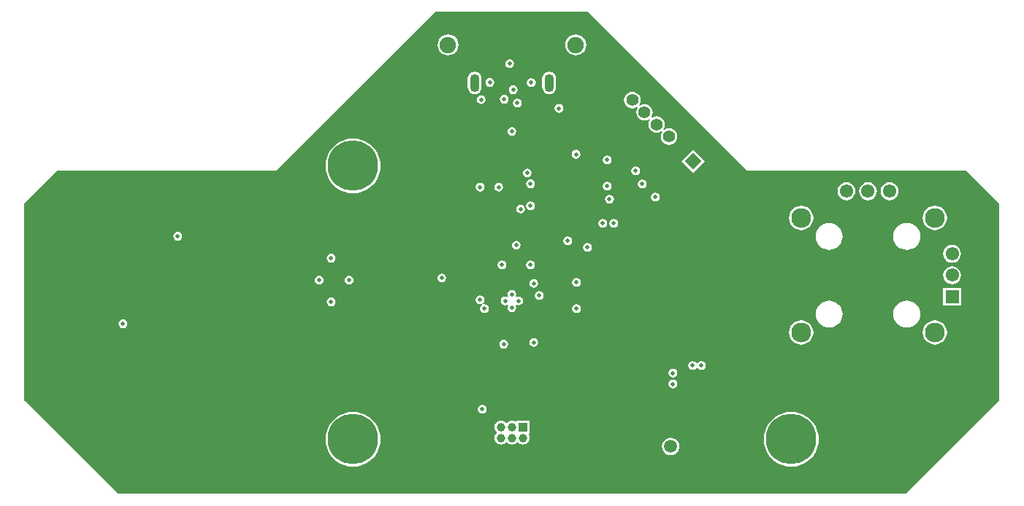
<source format=gbr>
%TF.GenerationSoftware,Altium Limited,Altium Designer,23.6.0 (18)*%
G04 Layer_Physical_Order=3*
G04 Layer_Color=16440176*
%FSLAX25Y25*%
%MOIN*%
%TF.SameCoordinates,9FC677E3-0757-43A4-AD8A-435CCD31EDD7*%
%TF.FilePolarity,Positive*%
%TF.FileFunction,Copper,L3,Inr,Signal*%
%TF.Part,Single*%
G01*
G75*
%TA.AperFunction,ViaPad*%
%ADD45C,0.23000*%
%TA.AperFunction,ComponentPad*%
G04:AMPARAMS|DCode=46|XSize=43.31mil|YSize=82.68mil|CornerRadius=21.65mil|HoleSize=0mil|Usage=FLASHONLY|Rotation=180.000|XOffset=0mil|YOffset=0mil|HoleType=Round|Shape=RoundedRectangle|*
%AMROUNDEDRECTD46*
21,1,0.04331,0.03937,0,0,180.0*
21,1,0.00000,0.08268,0,0,180.0*
1,1,0.04331,0.00000,0.01968*
1,1,0.04331,0.00000,0.01968*
1,1,0.04331,0.00000,-0.01968*
1,1,0.04331,0.00000,-0.01968*
%
%ADD46ROUNDEDRECTD46*%
%ADD47C,0.07480*%
%ADD48C,0.03937*%
%ADD49R,0.03937X0.03937*%
%ADD50P,0.07739X4X360.0*%
%ADD51C,0.05472*%
%ADD52C,0.05906*%
%ADD53R,0.05906X0.05906*%
%ADD54R,0.06102X0.06102*%
%ADD55C,0.06102*%
%ADD56C,0.09055*%
%TA.AperFunction,ViaPad*%
%ADD57C,0.01968*%
G36*
X330000Y147755D02*
X430000D01*
X445000Y132755D01*
Y42755D01*
X402245Y0D01*
X222500D01*
Y5D01*
X42755D01*
X0Y42759D01*
Y132759D01*
X15000Y147759D01*
X115000D01*
X184948Y217707D01*
X184950Y217705D01*
X184950Y217705D01*
X187700Y220455D01*
X257300Y220455D01*
X330000Y147755D01*
D02*
G37*
%LPC*%
G36*
X251634Y210065D02*
X250396Y209902D01*
X249243Y209424D01*
X248253Y208664D01*
X247493Y207674D01*
X247016Y206521D01*
X246853Y205284D01*
X247016Y204046D01*
X247493Y202893D01*
X248253Y201903D01*
X249243Y201143D01*
X250396Y200665D01*
X251634Y200502D01*
X252871Y200665D01*
X254024Y201143D01*
X255015Y201903D01*
X255774Y202893D01*
X256252Y204046D01*
X256415Y205284D01*
X256252Y206521D01*
X255774Y207674D01*
X255015Y208664D01*
X254024Y209424D01*
X252871Y209902D01*
X251634Y210065D01*
D02*
G37*
G36*
X193366D02*
X192129Y209902D01*
X190976Y209424D01*
X189985Y208664D01*
X189226Y207674D01*
X188748Y206521D01*
X188585Y205284D01*
X188748Y204046D01*
X189226Y202893D01*
X189985Y201903D01*
X190976Y201143D01*
X192129Y200665D01*
X193366Y200502D01*
X194604Y200665D01*
X195757Y201143D01*
X196747Y201903D01*
X197507Y202893D01*
X197984Y204046D01*
X198147Y205284D01*
X197984Y206521D01*
X197507Y207674D01*
X196747Y208664D01*
X195757Y209424D01*
X194604Y209902D01*
X193366Y210065D01*
D02*
G37*
G36*
X221494Y198771D02*
X220720Y198617D01*
X220063Y198179D01*
X219625Y197522D01*
X219471Y196748D01*
X219625Y195974D01*
X220063Y195318D01*
X220720Y194879D01*
X221494Y194725D01*
X222268Y194879D01*
X222924Y195318D01*
X223363Y195974D01*
X223517Y196748D01*
X223363Y197522D01*
X222924Y198179D01*
X222268Y198617D01*
X221494Y198771D01*
D02*
G37*
G36*
X212468Y190174D02*
X211694Y190020D01*
X211037Y189581D01*
X210599Y188925D01*
X210445Y188151D01*
X210599Y187376D01*
X211037Y186720D01*
X211694Y186282D01*
X212468Y186128D01*
X213242Y186282D01*
X213899Y186720D01*
X214337Y187376D01*
X214491Y188151D01*
X214337Y188925D01*
X213899Y189581D01*
X213242Y190020D01*
X212468Y190174D01*
D02*
G37*
G36*
X231358Y190078D02*
X230584Y189924D01*
X229928Y189486D01*
X229489Y188829D01*
X229335Y188055D01*
X229489Y187281D01*
X229928Y186625D01*
X230584Y186186D01*
X231358Y186032D01*
X232133Y186186D01*
X232789Y186625D01*
X233227Y187281D01*
X233381Y188055D01*
X233227Y188829D01*
X232789Y189486D01*
X232133Y189924D01*
X231358Y190078D01*
D02*
G37*
G36*
X223106Y186871D02*
X222332Y186717D01*
X221676Y186278D01*
X221237Y185622D01*
X221083Y184848D01*
X221237Y184073D01*
X221676Y183417D01*
X222332Y182978D01*
X223106Y182825D01*
X223881Y182978D01*
X224537Y183417D01*
X224975Y184073D01*
X225129Y184848D01*
X224975Y185622D01*
X224537Y186278D01*
X223881Y186717D01*
X223106Y186871D01*
D02*
G37*
G36*
X239508Y193082D02*
X238682Y192974D01*
X237912Y192655D01*
X237250Y192147D01*
X236743Y191486D01*
X236424Y190716D01*
X236315Y189890D01*
Y185953D01*
X236424Y185126D01*
X236743Y184356D01*
X237250Y183695D01*
X237912Y183188D01*
X238682Y182869D01*
X239508Y182760D01*
X240334Y182869D01*
X241104Y183188D01*
X241765Y183695D01*
X242273Y184356D01*
X242592Y185126D01*
X242701Y185953D01*
Y189890D01*
X242592Y190716D01*
X242273Y191486D01*
X241765Y192147D01*
X241104Y192655D01*
X240334Y192974D01*
X239508Y193082D01*
D02*
G37*
G36*
X205492D02*
X204666Y192974D01*
X203896Y192655D01*
X203235Y192147D01*
X202727Y191486D01*
X202408Y190716D01*
X202299Y189890D01*
Y185953D01*
X202408Y185126D01*
X202727Y184356D01*
X203235Y183695D01*
X203896Y183188D01*
X204666Y182869D01*
X205492Y182760D01*
X206318Y182869D01*
X207088Y183188D01*
X207750Y183695D01*
X208257Y184356D01*
X208576Y185126D01*
X208685Y185953D01*
Y189890D01*
X208576Y190716D01*
X208257Y191486D01*
X207750Y192147D01*
X207088Y192655D01*
X206318Y192974D01*
X205492Y193082D01*
D02*
G37*
G36*
X218979Y182500D02*
X218204Y182346D01*
X217548Y181908D01*
X217110Y181251D01*
X216956Y180477D01*
X217110Y179703D01*
X217548Y179046D01*
X218204Y178608D01*
X218979Y178454D01*
X219753Y178608D01*
X220409Y179046D01*
X220848Y179703D01*
X221002Y180477D01*
X220848Y181251D01*
X220409Y181908D01*
X219753Y182346D01*
X218979Y182500D01*
D02*
G37*
G36*
X208500Y182278D02*
X207726Y182124D01*
X207069Y181685D01*
X206631Y181029D01*
X206477Y180255D01*
X206631Y179480D01*
X207069Y178824D01*
X207726Y178385D01*
X208500Y178232D01*
X209274Y178385D01*
X209931Y178824D01*
X210369Y179480D01*
X210523Y180255D01*
X210369Y181029D01*
X209931Y181685D01*
X209274Y182124D01*
X208500Y182278D01*
D02*
G37*
G36*
X225000Y180778D02*
X224226Y180624D01*
X223569Y180185D01*
X223131Y179529D01*
X222977Y178755D01*
X223131Y177980D01*
X223569Y177324D01*
X224226Y176885D01*
X225000Y176732D01*
X225774Y176885D01*
X226431Y177324D01*
X226869Y177980D01*
X227023Y178755D01*
X226869Y179529D01*
X226431Y180185D01*
X225774Y180624D01*
X225000Y180778D01*
D02*
G37*
G36*
X244000Y178278D02*
X243226Y178124D01*
X242569Y177685D01*
X242131Y177029D01*
X241977Y176255D01*
X242131Y175480D01*
X242569Y174824D01*
X243226Y174385D01*
X244000Y174232D01*
X244774Y174385D01*
X245431Y174824D01*
X245869Y175480D01*
X246023Y176255D01*
X245869Y177029D01*
X245431Y177685D01*
X244774Y178124D01*
X244000Y178278D01*
D02*
G37*
G36*
X222500Y167775D02*
X221726Y167622D01*
X221069Y167183D01*
X220631Y166526D01*
X220477Y165752D01*
X220631Y164978D01*
X221069Y164322D01*
X221726Y163883D01*
X222500Y163729D01*
X223274Y163883D01*
X223931Y164322D01*
X224369Y164978D01*
X224523Y165752D01*
X224369Y166526D01*
X223931Y167183D01*
X223274Y167622D01*
X222500Y167775D01*
D02*
G37*
G36*
X277459Y183821D02*
X276484Y183693D01*
X275575Y183316D01*
X274794Y182717D01*
X274196Y181937D01*
X273819Y181028D01*
X273691Y180052D01*
X273819Y179077D01*
X274196Y178168D01*
X274794Y177388D01*
X275575Y176789D01*
X276484Y176412D01*
X277459Y176284D01*
X278434Y176412D01*
X279343Y176789D01*
X279616Y176998D01*
X279972Y176641D01*
X279763Y176369D01*
X279387Y175460D01*
X279258Y174485D01*
X279387Y173509D01*
X279763Y172600D01*
X280362Y171820D01*
X281143Y171221D01*
X282051Y170845D01*
X283027Y170716D01*
X284002Y170845D01*
X284911Y171221D01*
X285183Y171430D01*
X285540Y171073D01*
X285331Y170801D01*
X284955Y169892D01*
X284826Y168917D01*
X284955Y167942D01*
X285331Y167033D01*
X285930Y166252D01*
X286710Y165653D01*
X287619Y165277D01*
X288595Y165149D01*
X289570Y165277D01*
X290479Y165653D01*
X290751Y165862D01*
X291108Y165506D01*
X290899Y165234D01*
X290522Y164325D01*
X290394Y163349D01*
X290522Y162374D01*
X290899Y161465D01*
X291498Y160685D01*
X292278Y160086D01*
X293187Y159709D01*
X294162Y159581D01*
X295138Y159709D01*
X296047Y160086D01*
X296827Y160685D01*
X297426Y161465D01*
X297802Y162374D01*
X297931Y163349D01*
X297802Y164325D01*
X297426Y165234D01*
X296827Y166014D01*
X296047Y166613D01*
X295138Y166989D01*
X294162Y167118D01*
X293187Y166989D01*
X292278Y166613D01*
X292006Y166404D01*
X291649Y166760D01*
X291858Y167033D01*
X292235Y167942D01*
X292363Y168917D01*
X292235Y169892D01*
X291858Y170801D01*
X291259Y171582D01*
X290479Y172181D01*
X289570Y172557D01*
X288595Y172686D01*
X287619Y172557D01*
X286710Y172181D01*
X286438Y171972D01*
X286082Y172328D01*
X286290Y172600D01*
X286667Y173509D01*
X286795Y174485D01*
X286667Y175460D01*
X286290Y176369D01*
X285692Y177149D01*
X284911Y177748D01*
X284002Y178125D01*
X283027Y178253D01*
X282051Y178125D01*
X281143Y177748D01*
X280870Y177539D01*
X280514Y177896D01*
X280723Y178168D01*
X281099Y179077D01*
X281227Y180052D01*
X281099Y181028D01*
X280723Y181937D01*
X280124Y182717D01*
X279343Y183316D01*
X278434Y183693D01*
X277459Y183821D01*
D02*
G37*
G36*
X251790Y157333D02*
X251016Y157179D01*
X250359Y156741D01*
X249921Y156084D01*
X249767Y155310D01*
X249921Y154536D01*
X250359Y153880D01*
X251016Y153441D01*
X251790Y153287D01*
X252564Y153441D01*
X253220Y153880D01*
X253659Y154536D01*
X253813Y155310D01*
X253659Y156084D01*
X253220Y156741D01*
X252564Y157179D01*
X251790Y157333D01*
D02*
G37*
G36*
X266000Y154778D02*
X265226Y154624D01*
X264569Y154185D01*
X264131Y153529D01*
X263977Y152755D01*
X264131Y151980D01*
X264569Y151324D01*
X265226Y150885D01*
X266000Y150732D01*
X266774Y150885D01*
X267431Y151324D01*
X267869Y151980D01*
X268023Y152755D01*
X267869Y153529D01*
X267431Y154185D01*
X266774Y154624D01*
X266000Y154778D01*
D02*
G37*
G36*
X305298Y157498D02*
X300014Y152214D01*
X305298Y146930D01*
X310582Y152214D01*
X305298Y157498D01*
D02*
G37*
G36*
X279000Y149778D02*
X278226Y149624D01*
X277569Y149185D01*
X277131Y148529D01*
X276977Y147755D01*
X277131Y146980D01*
X277569Y146324D01*
X278226Y145886D01*
X279000Y145731D01*
X279774Y145886D01*
X280431Y146324D01*
X280869Y146980D01*
X281023Y147755D01*
X280869Y148529D01*
X280431Y149185D01*
X279774Y149624D01*
X279000Y149778D01*
D02*
G37*
G36*
X229500Y148778D02*
X228726Y148624D01*
X228069Y148185D01*
X227631Y147529D01*
X227477Y146755D01*
X227631Y145980D01*
X228069Y145324D01*
X228726Y144886D01*
X229500Y144731D01*
X230274Y144886D01*
X230931Y145324D01*
X231369Y145980D01*
X231523Y146755D01*
X231369Y147529D01*
X230931Y148185D01*
X230274Y148624D01*
X229500Y148778D01*
D02*
G37*
G36*
X230997Y143859D02*
X230223Y143705D01*
X229566Y143266D01*
X229128Y142610D01*
X228974Y141836D01*
X229128Y141062D01*
X229566Y140405D01*
X230223Y139967D01*
X230997Y139813D01*
X231771Y139967D01*
X232427Y140405D01*
X232866Y141062D01*
X233020Y141836D01*
X232866Y142610D01*
X232427Y143266D01*
X231771Y143705D01*
X230997Y143859D01*
D02*
G37*
G36*
X282000Y143778D02*
X281226Y143624D01*
X280569Y143185D01*
X280131Y142529D01*
X279977Y141755D01*
X280131Y140980D01*
X280569Y140324D01*
X281226Y139885D01*
X282000Y139732D01*
X282774Y139885D01*
X283431Y140324D01*
X283869Y140980D01*
X284023Y141755D01*
X283869Y142529D01*
X283431Y143185D01*
X282774Y143624D01*
X282000Y143778D01*
D02*
G37*
G36*
X266000Y142778D02*
X265226Y142624D01*
X264569Y142185D01*
X264131Y141529D01*
X263977Y140755D01*
X264131Y139980D01*
X264569Y139324D01*
X265226Y138885D01*
X266000Y138732D01*
X266774Y138885D01*
X267431Y139324D01*
X267869Y139980D01*
X268023Y140755D01*
X267869Y141529D01*
X267431Y142185D01*
X266774Y142624D01*
X266000Y142778D01*
D02*
G37*
G36*
X216500Y142278D02*
X215726Y142124D01*
X215069Y141685D01*
X214631Y141029D01*
X214477Y140255D01*
X214631Y139480D01*
X215069Y138824D01*
X215726Y138385D01*
X216500Y138232D01*
X217274Y138385D01*
X217931Y138824D01*
X218369Y139480D01*
X218523Y140255D01*
X218369Y141029D01*
X217931Y141685D01*
X217274Y142124D01*
X216500Y142278D01*
D02*
G37*
G36*
X208000D02*
X207226Y142124D01*
X206569Y141685D01*
X206131Y141029D01*
X205977Y140255D01*
X206131Y139480D01*
X206569Y138824D01*
X207226Y138385D01*
X208000Y138232D01*
X208774Y138385D01*
X209431Y138824D01*
X209869Y139480D01*
X210023Y140255D01*
X209869Y141029D01*
X209431Y141685D01*
X208774Y142124D01*
X208000Y142278D01*
D02*
G37*
G36*
X150000Y162539D02*
X148038Y162384D01*
X146125Y161925D01*
X144308Y161172D01*
X142630Y160144D01*
X141134Y158866D01*
X139856Y157370D01*
X138828Y155692D01*
X138075Y153875D01*
X137616Y151962D01*
X137461Y150000D01*
X137616Y148038D01*
X138075Y146125D01*
X138828Y144308D01*
X139856Y142630D01*
X141134Y141134D01*
X142630Y139856D01*
X144308Y138828D01*
X146125Y138075D01*
X148038Y137616D01*
X150000Y137461D01*
X151962Y137616D01*
X153875Y138075D01*
X155692Y138828D01*
X157370Y139856D01*
X158866Y141134D01*
X160144Y142630D01*
X161172Y144308D01*
X161925Y146125D01*
X162384Y148038D01*
X162539Y150000D01*
X162384Y151962D01*
X161925Y153875D01*
X161172Y155692D01*
X160144Y157370D01*
X158866Y158866D01*
X157370Y160144D01*
X155692Y161172D01*
X153875Y161925D01*
X151962Y162384D01*
X150000Y162539D01*
D02*
G37*
G36*
X394843Y142472D02*
X393785Y142333D01*
X392799Y141925D01*
X391953Y141275D01*
X391304Y140429D01*
X390896Y139443D01*
X390756Y138386D01*
X390896Y137328D01*
X391304Y136343D01*
X391953Y135496D01*
X392799Y134847D01*
X393785Y134439D01*
X394843Y134300D01*
X395900Y134439D01*
X396886Y134847D01*
X397732Y135496D01*
X398381Y136343D01*
X398789Y137328D01*
X398929Y138386D01*
X398789Y139443D01*
X398381Y140429D01*
X397732Y141275D01*
X396886Y141925D01*
X395900Y142333D01*
X394843Y142472D01*
D02*
G37*
G36*
X385000D02*
X383942Y142333D01*
X382957Y141925D01*
X382111Y141275D01*
X381461Y140429D01*
X381053Y139443D01*
X380914Y138386D01*
X381053Y137328D01*
X381461Y136343D01*
X382111Y135496D01*
X382957Y134847D01*
X383942Y134439D01*
X385000Y134300D01*
X386058Y134439D01*
X387043Y134847D01*
X387889Y135496D01*
X388539Y136343D01*
X388947Y137328D01*
X389086Y138386D01*
X388947Y139443D01*
X388539Y140429D01*
X387889Y141275D01*
X387043Y141925D01*
X386058Y142333D01*
X385000Y142472D01*
D02*
G37*
G36*
X375157D02*
X374100Y142333D01*
X373114Y141925D01*
X372268Y141275D01*
X371619Y140429D01*
X371211Y139443D01*
X371071Y138386D01*
X371211Y137328D01*
X371619Y136343D01*
X372268Y135496D01*
X373114Y134847D01*
X374100Y134439D01*
X375157Y134300D01*
X376215Y134439D01*
X377201Y134847D01*
X378047Y135496D01*
X378696Y136343D01*
X379104Y137328D01*
X379244Y138386D01*
X379104Y139443D01*
X378696Y140429D01*
X378047Y141275D01*
X377201Y141925D01*
X376215Y142333D01*
X375157Y142472D01*
D02*
G37*
G36*
X288000Y137778D02*
X287226Y137624D01*
X286569Y137185D01*
X286131Y136529D01*
X285977Y135755D01*
X286131Y134980D01*
X286569Y134324D01*
X287226Y133886D01*
X288000Y133731D01*
X288774Y133886D01*
X289431Y134324D01*
X289869Y134980D01*
X290023Y135755D01*
X289869Y136529D01*
X289431Y137185D01*
X288774Y137624D01*
X288000Y137778D01*
D02*
G37*
G36*
X267018Y136796D02*
X266244Y136642D01*
X265587Y136203D01*
X265149Y135547D01*
X264995Y134772D01*
X265149Y133998D01*
X265587Y133342D01*
X266244Y132903D01*
X267018Y132749D01*
X267792Y132903D01*
X268448Y133342D01*
X268887Y133998D01*
X269041Y134772D01*
X268887Y135547D01*
X268448Y136203D01*
X267792Y136642D01*
X267018Y136796D01*
D02*
G37*
G36*
X231000Y133778D02*
X230226Y133624D01*
X229569Y133185D01*
X229131Y132529D01*
X228977Y131755D01*
X229131Y130980D01*
X229569Y130324D01*
X230226Y129885D01*
X231000Y129732D01*
X231774Y129885D01*
X232431Y130324D01*
X232869Y130980D01*
X233023Y131755D01*
X232869Y132529D01*
X232431Y133185D01*
X231774Y133624D01*
X231000Y133778D01*
D02*
G37*
G36*
X226500Y132278D02*
X225726Y132124D01*
X225069Y131685D01*
X224631Y131029D01*
X224477Y130255D01*
X224631Y129480D01*
X225069Y128824D01*
X225726Y128385D01*
X226500Y128232D01*
X227274Y128385D01*
X227931Y128824D01*
X228369Y129480D01*
X228523Y130255D01*
X228369Y131029D01*
X227931Y131685D01*
X227274Y132124D01*
X226500Y132278D01*
D02*
G37*
G36*
X269000Y125778D02*
X268226Y125624D01*
X267569Y125185D01*
X267131Y124529D01*
X266977Y123755D01*
X267131Y122980D01*
X267569Y122324D01*
X268226Y121886D01*
X269000Y121731D01*
X269774Y121886D01*
X270431Y122324D01*
X270869Y122980D01*
X271023Y123755D01*
X270869Y124529D01*
X270431Y125185D01*
X269774Y125624D01*
X269000Y125778D01*
D02*
G37*
G36*
X264000D02*
X263226Y125624D01*
X262569Y125185D01*
X262131Y124529D01*
X261977Y123755D01*
X262131Y122980D01*
X262569Y122324D01*
X263226Y121886D01*
X264000Y121731D01*
X264774Y121886D01*
X265431Y122324D01*
X265869Y122980D01*
X266023Y123755D01*
X265869Y124529D01*
X265431Y125185D01*
X264774Y125624D01*
X264000Y125778D01*
D02*
G37*
G36*
X415512Y131756D02*
X414069Y131566D01*
X412724Y131009D01*
X411569Y130123D01*
X410683Y128969D01*
X410126Y127624D01*
X409937Y126181D01*
X410126Y124738D01*
X410683Y123393D01*
X411569Y122239D01*
X412724Y121353D01*
X414069Y120796D01*
X415512Y120606D01*
X416955Y120796D01*
X418299Y121353D01*
X419454Y122239D01*
X420340Y123393D01*
X420897Y124738D01*
X421087Y126181D01*
X420897Y127624D01*
X420340Y128969D01*
X419454Y130123D01*
X418299Y131009D01*
X416955Y131566D01*
X415512Y131756D01*
D02*
G37*
G36*
X354488D02*
X353045Y131566D01*
X351701Y131009D01*
X350546Y130123D01*
X349660Y128969D01*
X349103Y127624D01*
X348913Y126181D01*
X349103Y124738D01*
X349660Y123393D01*
X350546Y122239D01*
X351701Y121353D01*
X353045Y120796D01*
X354488Y120606D01*
X355931Y120796D01*
X357276Y121353D01*
X358431Y122239D01*
X359316Y123393D01*
X359874Y124738D01*
X360064Y126181D01*
X359874Y127624D01*
X359316Y128969D01*
X358431Y130123D01*
X357276Y131009D01*
X355931Y131566D01*
X354488Y131756D01*
D02*
G37*
G36*
X69958Y119820D02*
X69184Y119666D01*
X68528Y119227D01*
X68089Y118571D01*
X67935Y117797D01*
X68089Y117022D01*
X68528Y116366D01*
X69184Y115927D01*
X69958Y115773D01*
X70732Y115927D01*
X71389Y116366D01*
X71827Y117022D01*
X71981Y117797D01*
X71827Y118571D01*
X71389Y119227D01*
X70732Y119666D01*
X69958Y119820D01*
D02*
G37*
G36*
X248000Y117778D02*
X247226Y117624D01*
X246569Y117185D01*
X246131Y116529D01*
X245977Y115755D01*
X246131Y114980D01*
X246569Y114324D01*
X247226Y113885D01*
X248000Y113732D01*
X248774Y113885D01*
X249431Y114324D01*
X249869Y114980D01*
X250023Y115755D01*
X249869Y116529D01*
X249431Y117185D01*
X248774Y117624D01*
X248000Y117778D01*
D02*
G37*
G36*
X224500Y115778D02*
X223726Y115624D01*
X223069Y115185D01*
X222631Y114529D01*
X222477Y113755D01*
X222631Y112980D01*
X223069Y112324D01*
X223726Y111885D01*
X224500Y111732D01*
X225274Y111885D01*
X225931Y112324D01*
X226369Y112980D01*
X226523Y113755D01*
X226369Y114529D01*
X225931Y115185D01*
X225274Y115624D01*
X224500Y115778D01*
D02*
G37*
G36*
X402716Y123864D02*
X401517Y123746D01*
X400364Y123396D01*
X399301Y122828D01*
X398370Y122064D01*
X397605Y121132D01*
X397037Y120069D01*
X396687Y118916D01*
X396569Y117717D01*
X396687Y116517D01*
X397037Y115364D01*
X397605Y114301D01*
X398370Y113370D01*
X399301Y112605D01*
X400364Y112037D01*
X401517Y111687D01*
X402716Y111569D01*
X403916Y111687D01*
X405069Y112037D01*
X406132Y112605D01*
X407064Y113370D01*
X407828Y114301D01*
X408396Y115364D01*
X408746Y116517D01*
X408864Y117717D01*
X408746Y118916D01*
X408396Y120069D01*
X407828Y121132D01*
X407064Y122064D01*
X406132Y122828D01*
X405069Y123396D01*
X403916Y123746D01*
X402716Y123864D01*
D02*
G37*
G36*
X367284D02*
X366084Y123746D01*
X364931Y123396D01*
X363868Y122828D01*
X362936Y122064D01*
X362172Y121132D01*
X361604Y120069D01*
X361254Y118916D01*
X361136Y117717D01*
X361254Y116517D01*
X361604Y115364D01*
X362172Y114301D01*
X362936Y113370D01*
X363868Y112605D01*
X364931Y112037D01*
X366084Y111687D01*
X367284Y111569D01*
X368483Y111687D01*
X369636Y112037D01*
X370699Y112605D01*
X371631Y113370D01*
X372395Y114301D01*
X372963Y115364D01*
X373313Y116517D01*
X373431Y117717D01*
X373313Y118916D01*
X372963Y120069D01*
X372395Y121132D01*
X371631Y122064D01*
X370699Y122828D01*
X369636Y123396D01*
X368483Y123746D01*
X367284Y123864D01*
D02*
G37*
G36*
X257000Y114778D02*
X256226Y114624D01*
X255569Y114185D01*
X255131Y113529D01*
X254977Y112755D01*
X255131Y111980D01*
X255569Y111324D01*
X256226Y110886D01*
X257000Y110731D01*
X257774Y110886D01*
X258431Y111324D01*
X258869Y111980D01*
X259023Y112755D01*
X258869Y113529D01*
X258431Y114185D01*
X257774Y114624D01*
X257000Y114778D01*
D02*
G37*
G36*
X139958Y109820D02*
X139184Y109666D01*
X138528Y109227D01*
X138089Y108571D01*
X137935Y107797D01*
X138089Y107022D01*
X138528Y106366D01*
X139184Y105927D01*
X139958Y105773D01*
X140732Y105927D01*
X141389Y106366D01*
X141827Y107022D01*
X141981Y107797D01*
X141827Y108571D01*
X141389Y109227D01*
X140732Y109666D01*
X139958Y109820D01*
D02*
G37*
G36*
X423386Y113929D02*
X422328Y113789D01*
X421343Y113381D01*
X420497Y112732D01*
X419847Y111886D01*
X419439Y110900D01*
X419300Y109843D01*
X419439Y108785D01*
X419847Y107799D01*
X420497Y106953D01*
X421343Y106304D01*
X422328Y105896D01*
X423386Y105756D01*
X424443Y105896D01*
X425429Y106304D01*
X426275Y106953D01*
X426925Y107799D01*
X427333Y108785D01*
X427472Y109843D01*
X427333Y110900D01*
X426925Y111886D01*
X426275Y112732D01*
X425429Y113381D01*
X424443Y113789D01*
X423386Y113929D01*
D02*
G37*
G36*
X231000Y106778D02*
X230226Y106624D01*
X229569Y106185D01*
X229131Y105529D01*
X228977Y104755D01*
X229131Y103980D01*
X229569Y103324D01*
X230226Y102885D01*
X231000Y102732D01*
X231774Y102885D01*
X232431Y103324D01*
X232869Y103980D01*
X233023Y104755D01*
X232869Y105529D01*
X232431Y106185D01*
X231774Y106624D01*
X231000Y106778D01*
D02*
G37*
G36*
X218000D02*
X217226Y106624D01*
X216569Y106185D01*
X216131Y105529D01*
X215977Y104755D01*
X216131Y103980D01*
X216569Y103324D01*
X217226Y102885D01*
X218000Y102732D01*
X218774Y102885D01*
X219431Y103324D01*
X219869Y103980D01*
X220023Y104755D01*
X219869Y105529D01*
X219431Y106185D01*
X218774Y106624D01*
X218000Y106778D01*
D02*
G37*
G36*
X190500Y100778D02*
X189726Y100624D01*
X189069Y100185D01*
X188631Y99529D01*
X188477Y98755D01*
X188631Y97980D01*
X189069Y97324D01*
X189726Y96886D01*
X190500Y96732D01*
X191274Y96886D01*
X191931Y97324D01*
X192369Y97980D01*
X192523Y98755D01*
X192369Y99529D01*
X191931Y100185D01*
X191274Y100624D01*
X190500Y100778D01*
D02*
G37*
G36*
X423386Y104086D02*
X422328Y103947D01*
X421343Y103539D01*
X420497Y102889D01*
X419847Y102043D01*
X419439Y101058D01*
X419300Y100000D01*
X419439Y98942D01*
X419847Y97957D01*
X420497Y97111D01*
X421343Y96461D01*
X422328Y96053D01*
X423386Y95914D01*
X424443Y96053D01*
X425429Y96461D01*
X426275Y97111D01*
X426925Y97957D01*
X427333Y98942D01*
X427472Y100000D01*
X427333Y101058D01*
X426925Y102043D01*
X426275Y102889D01*
X425429Y103539D01*
X424443Y103947D01*
X423386Y104086D01*
D02*
G37*
G36*
X148177Y99820D02*
X147403Y99666D01*
X146747Y99227D01*
X146308Y98571D01*
X146154Y97796D01*
X146308Y97022D01*
X146747Y96366D01*
X147403Y95927D01*
X148177Y95773D01*
X148951Y95927D01*
X149608Y96366D01*
X150046Y97022D01*
X150200Y97796D01*
X150046Y98571D01*
X149608Y99227D01*
X148951Y99666D01*
X148177Y99820D01*
D02*
G37*
G36*
X134560D02*
X133785Y99666D01*
X133129Y99227D01*
X132691Y98571D01*
X132537Y97796D01*
X132691Y97022D01*
X133129Y96366D01*
X133785Y95927D01*
X134560Y95773D01*
X135334Y95927D01*
X135990Y96366D01*
X136429Y97022D01*
X136583Y97796D01*
X136429Y98571D01*
X135990Y99227D01*
X135334Y99666D01*
X134560Y99820D01*
D02*
G37*
G36*
X252014Y98746D02*
X251240Y98592D01*
X250584Y98154D01*
X250145Y97497D01*
X249991Y96723D01*
X250145Y95949D01*
X250584Y95293D01*
X251240Y94854D01*
X252014Y94700D01*
X252788Y94854D01*
X253445Y95293D01*
X253883Y95949D01*
X254037Y96723D01*
X253883Y97497D01*
X253445Y98154D01*
X252788Y98592D01*
X252014Y98746D01*
D02*
G37*
G36*
X232500Y98278D02*
X231726Y98124D01*
X231069Y97685D01*
X230631Y97029D01*
X230477Y96255D01*
X230631Y95480D01*
X231069Y94824D01*
X231726Y94385D01*
X232500Y94231D01*
X233274Y94385D01*
X233931Y94824D01*
X234369Y95480D01*
X234523Y96255D01*
X234369Y97029D01*
X233931Y97685D01*
X233274Y98124D01*
X232500Y98278D01*
D02*
G37*
G36*
X222500Y93317D02*
X221726Y93163D01*
X221069Y92724D01*
X220631Y92068D01*
X220477Y91294D01*
X220631Y90519D01*
X220749Y90343D01*
X220388Y89983D01*
X220212Y90100D01*
X219438Y90254D01*
X218664Y90100D01*
X218007Y89662D01*
X217569Y89006D01*
X217415Y88231D01*
X217569Y87457D01*
X218007Y86801D01*
X218664Y86362D01*
X219438Y86208D01*
X220212Y86362D01*
X220388Y86480D01*
X220749Y86119D01*
X220631Y85943D01*
X220477Y85169D01*
X220631Y84395D01*
X221069Y83738D01*
X221726Y83300D01*
X222500Y83146D01*
X223274Y83300D01*
X223931Y83738D01*
X224369Y84395D01*
X224523Y85169D01*
X224369Y85943D01*
X224251Y86119D01*
X224612Y86480D01*
X224788Y86362D01*
X225562Y86208D01*
X226337Y86362D01*
X226993Y86801D01*
X227431Y87457D01*
X227585Y88231D01*
X227431Y89006D01*
X226993Y89662D01*
X226337Y90100D01*
X225562Y90254D01*
X224788Y90100D01*
X224612Y89983D01*
X224251Y90343D01*
X224369Y90519D01*
X224523Y91294D01*
X224369Y92068D01*
X223931Y92724D01*
X223274Y93163D01*
X222500Y93317D01*
D02*
G37*
G36*
X235000Y92778D02*
X234226Y92624D01*
X233569Y92185D01*
X233131Y91529D01*
X232977Y90755D01*
X233131Y89980D01*
X233569Y89324D01*
X234226Y88885D01*
X235000Y88731D01*
X235774Y88885D01*
X236431Y89324D01*
X236869Y89980D01*
X237023Y90755D01*
X236869Y91529D01*
X236431Y92185D01*
X235774Y92624D01*
X235000Y92778D01*
D02*
G37*
G36*
X427437Y94209D02*
X419335D01*
Y86106D01*
X427437D01*
Y94209D01*
D02*
G37*
G36*
X139958Y89820D02*
X139184Y89666D01*
X138528Y89227D01*
X138089Y88571D01*
X137935Y87796D01*
X138089Y87022D01*
X138528Y86366D01*
X139184Y85927D01*
X139958Y85773D01*
X140732Y85927D01*
X141389Y86366D01*
X141827Y87022D01*
X141981Y87796D01*
X141827Y88571D01*
X141389Y89227D01*
X140732Y89666D01*
X139958Y89820D01*
D02*
G37*
G36*
X252000Y86778D02*
X251226Y86624D01*
X250569Y86185D01*
X250131Y85529D01*
X249977Y84755D01*
X250131Y83980D01*
X250569Y83324D01*
X251226Y82885D01*
X252000Y82731D01*
X252774Y82885D01*
X253431Y83324D01*
X253869Y83980D01*
X254023Y84755D01*
X253869Y85529D01*
X253431Y86185D01*
X252774Y86624D01*
X252000Y86778D01*
D02*
G37*
G36*
X208000Y90778D02*
X207226Y90624D01*
X206569Y90185D01*
X206131Y89529D01*
X205977Y88755D01*
X206131Y87980D01*
X206569Y87324D01*
X207226Y86885D01*
X208000Y86731D01*
X208575Y86846D01*
X208774Y86885D01*
X208971Y86454D01*
X208831Y86360D01*
X208569Y86185D01*
X208131Y85529D01*
X207977Y84755D01*
X208131Y83980D01*
X208569Y83324D01*
X209226Y82885D01*
X210000Y82731D01*
X210774Y82885D01*
X211431Y83324D01*
X211869Y83980D01*
X212023Y84755D01*
X211869Y85529D01*
X211431Y86185D01*
X210774Y86624D01*
X210000Y86778D01*
X209425Y86663D01*
X209226Y86624D01*
X209029Y87055D01*
X209169Y87149D01*
X209431Y87324D01*
X209869Y87980D01*
X210023Y88755D01*
X209869Y89529D01*
X209431Y90185D01*
X208774Y90624D01*
X208000Y90778D01*
D02*
G37*
G36*
X402716Y88431D02*
X401517Y88313D01*
X400364Y87963D01*
X399301Y87395D01*
X398370Y86631D01*
X397605Y85699D01*
X397037Y84636D01*
X396687Y83483D01*
X396569Y82284D01*
X396687Y81084D01*
X397037Y79931D01*
X397605Y78868D01*
X398370Y77936D01*
X399301Y77172D01*
X400364Y76604D01*
X401517Y76254D01*
X402716Y76136D01*
X403916Y76254D01*
X405069Y76604D01*
X406132Y77172D01*
X407064Y77936D01*
X407828Y78868D01*
X408396Y79931D01*
X408746Y81084D01*
X408864Y82284D01*
X408746Y83483D01*
X408396Y84636D01*
X407828Y85699D01*
X407064Y86631D01*
X406132Y87395D01*
X405069Y87963D01*
X403916Y88313D01*
X402716Y88431D01*
D02*
G37*
G36*
X367284D02*
X366084Y88313D01*
X364931Y87963D01*
X363868Y87395D01*
X362936Y86631D01*
X362172Y85699D01*
X361604Y84636D01*
X361254Y83483D01*
X361136Y82284D01*
X361254Y81084D01*
X361604Y79931D01*
X362172Y78868D01*
X362936Y77936D01*
X363868Y77172D01*
X364931Y76604D01*
X366084Y76254D01*
X367284Y76136D01*
X368483Y76254D01*
X369636Y76604D01*
X370699Y77172D01*
X371631Y77936D01*
X372395Y78868D01*
X372963Y79931D01*
X373313Y81084D01*
X373431Y82284D01*
X373313Y83483D01*
X372963Y84636D01*
X372395Y85699D01*
X371631Y86631D01*
X370699Y87395D01*
X369636Y87963D01*
X368483Y88313D01*
X367284Y88431D01*
D02*
G37*
G36*
X44958Y79820D02*
X44184Y79666D01*
X43528Y79227D01*
X43089Y78571D01*
X42935Y77797D01*
X43089Y77022D01*
X43528Y76366D01*
X44184Y75927D01*
X44958Y75773D01*
X45732Y75927D01*
X46389Y76366D01*
X46827Y77022D01*
X46981Y77797D01*
X46827Y78571D01*
X46389Y79227D01*
X45732Y79666D01*
X44958Y79820D01*
D02*
G37*
G36*
X415512Y79394D02*
X414069Y79204D01*
X412724Y78647D01*
X411569Y77761D01*
X410683Y76607D01*
X410126Y75262D01*
X409937Y73819D01*
X410126Y72376D01*
X410683Y71031D01*
X411569Y69877D01*
X412724Y68991D01*
X414069Y68434D01*
X415512Y68244D01*
X416955Y68434D01*
X418299Y68991D01*
X419454Y69877D01*
X420340Y71031D01*
X420897Y72376D01*
X421087Y73819D01*
X420897Y75262D01*
X420340Y76607D01*
X419454Y77761D01*
X418299Y78647D01*
X416955Y79204D01*
X415512Y79394D01*
D02*
G37*
G36*
X354488D02*
X353045Y79204D01*
X351701Y78647D01*
X350546Y77761D01*
X349660Y76607D01*
X349103Y75262D01*
X348913Y73819D01*
X349103Y72376D01*
X349660Y71031D01*
X350546Y69877D01*
X351701Y68991D01*
X353045Y68434D01*
X354488Y68244D01*
X355931Y68434D01*
X357276Y68991D01*
X358431Y69877D01*
X359316Y71031D01*
X359874Y72376D01*
X360064Y73819D01*
X359874Y75262D01*
X359316Y76607D01*
X358431Y77761D01*
X357276Y78647D01*
X355931Y79204D01*
X354488Y79394D01*
D02*
G37*
G36*
X232500Y71278D02*
X231726Y71124D01*
X231069Y70685D01*
X230631Y70029D01*
X230477Y69255D01*
X230631Y68480D01*
X231069Y67824D01*
X231726Y67386D01*
X232500Y67232D01*
X233274Y67386D01*
X233931Y67824D01*
X234369Y68480D01*
X234523Y69255D01*
X234369Y70029D01*
X233931Y70685D01*
X233274Y71124D01*
X232500Y71278D01*
D02*
G37*
G36*
X218757Y70521D02*
X217982Y70367D01*
X217326Y69928D01*
X216887Y69272D01*
X216734Y68498D01*
X216887Y67724D01*
X217326Y67067D01*
X217982Y66629D01*
X218757Y66475D01*
X219531Y66629D01*
X220187Y67067D01*
X220626Y67724D01*
X220780Y68498D01*
X220626Y69272D01*
X220187Y69928D01*
X219531Y70367D01*
X218757Y70521D01*
D02*
G37*
G36*
X309000Y60778D02*
X308226Y60624D01*
X307569Y60185D01*
X307292Y59770D01*
X306708D01*
X306431Y60185D01*
X305774Y60624D01*
X305000Y60778D01*
X304226Y60624D01*
X303569Y60185D01*
X303131Y59529D01*
X302977Y58755D01*
X303131Y57980D01*
X303569Y57324D01*
X304226Y56885D01*
X305000Y56731D01*
X305774Y56885D01*
X306431Y57324D01*
X306708Y57739D01*
X307292D01*
X307569Y57324D01*
X308226Y56885D01*
X309000Y56731D01*
X309774Y56885D01*
X310431Y57324D01*
X310869Y57980D01*
X311023Y58755D01*
X310869Y59529D01*
X310431Y60185D01*
X309774Y60624D01*
X309000Y60778D01*
D02*
G37*
G36*
X296000Y57278D02*
X295226Y57124D01*
X294569Y56685D01*
X294131Y56029D01*
X293977Y55255D01*
X294131Y54480D01*
X294569Y53824D01*
X295226Y53386D01*
X296000Y53232D01*
X296774Y53386D01*
X297431Y53824D01*
X297869Y54480D01*
X298023Y55255D01*
X297869Y56029D01*
X297431Y56685D01*
X296774Y57124D01*
X296000Y57278D01*
D02*
G37*
G36*
Y52278D02*
X295226Y52124D01*
X294569Y51685D01*
X294131Y51029D01*
X293977Y50255D01*
X294131Y49480D01*
X294569Y48824D01*
X295226Y48386D01*
X296000Y48232D01*
X296774Y48386D01*
X297431Y48824D01*
X297869Y49480D01*
X298023Y50255D01*
X297869Y51029D01*
X297431Y51685D01*
X296774Y52124D01*
X296000Y52278D01*
D02*
G37*
G36*
X209000Y40778D02*
X208226Y40624D01*
X207569Y40185D01*
X207131Y39529D01*
X206977Y38755D01*
X207131Y37980D01*
X207569Y37324D01*
X208226Y36885D01*
X209000Y36731D01*
X209774Y36885D01*
X210431Y37324D01*
X210869Y37980D01*
X211023Y38755D01*
X210869Y39529D01*
X210431Y40185D01*
X209774Y40624D01*
X209000Y40778D01*
D02*
G37*
G36*
X222500Y33543D02*
X221725Y33441D01*
X221003Y33142D01*
X220383Y32666D01*
X220250Y32493D01*
X219750D01*
X219617Y32666D01*
X218997Y33142D01*
X218275Y33441D01*
X217500Y33543D01*
X216725Y33441D01*
X216003Y33142D01*
X215383Y32666D01*
X214907Y32046D01*
X214608Y31324D01*
X214506Y30549D01*
X214608Y29774D01*
X214907Y29052D01*
X215383Y28432D01*
X215556Y28299D01*
Y27799D01*
X215383Y27666D01*
X214907Y27046D01*
X214608Y26324D01*
X214506Y25549D01*
X214608Y24774D01*
X214907Y24052D01*
X215383Y23432D01*
X216003Y22956D01*
X216725Y22657D01*
X217500Y22555D01*
X218275Y22657D01*
X218997Y22956D01*
X219617Y23432D01*
X219750Y23605D01*
X220250D01*
X220383Y23432D01*
X221003Y22956D01*
X221725Y22657D01*
X222500Y22555D01*
X223275Y22657D01*
X223997Y22956D01*
X224617Y23432D01*
X224750Y23605D01*
X225250D01*
X225383Y23432D01*
X226003Y22956D01*
X226725Y22657D01*
X227500Y22555D01*
X228275Y22657D01*
X228997Y22956D01*
X229617Y23432D01*
X230093Y24052D01*
X230392Y24774D01*
X230494Y25549D01*
X230392Y26324D01*
X230093Y27046D01*
X230027Y27132D01*
X230248Y27580D01*
X230469D01*
Y33517D01*
X224532D01*
Y33297D01*
X224083Y33076D01*
X223997Y33142D01*
X223275Y33441D01*
X222500Y33543D01*
D02*
G37*
G36*
X295000Y25741D02*
X293968Y25606D01*
X293007Y25207D01*
X292181Y24574D01*
X291547Y23748D01*
X291149Y22786D01*
X291013Y21755D01*
X291149Y20723D01*
X291547Y19761D01*
X292181Y18936D01*
X293007Y18302D01*
X293968Y17904D01*
X295000Y17768D01*
X296032Y17904D01*
X296993Y18302D01*
X297819Y18936D01*
X298453Y19761D01*
X298851Y20723D01*
X298987Y21755D01*
X298851Y22786D01*
X298453Y23748D01*
X297819Y24574D01*
X296993Y25207D01*
X296032Y25606D01*
X295000Y25741D01*
D02*
G37*
G36*
X350000Y37539D02*
X348039Y37384D01*
X346125Y36925D01*
X344308Y36172D01*
X342630Y35144D01*
X341134Y33866D01*
X339856Y32370D01*
X338828Y30692D01*
X338075Y28875D01*
X337616Y26961D01*
X337461Y25000D01*
X337616Y23039D01*
X338075Y21125D01*
X338828Y19308D01*
X339856Y17630D01*
X341134Y16134D01*
X342630Y14856D01*
X344308Y13828D01*
X346125Y13075D01*
X348039Y12616D01*
X350000Y12461D01*
X351961Y12616D01*
X353875Y13075D01*
X355692Y13828D01*
X357370Y14856D01*
X358866Y16134D01*
X360144Y17630D01*
X361172Y19308D01*
X361925Y21125D01*
X362384Y23039D01*
X362539Y25000D01*
X362384Y26961D01*
X361925Y28875D01*
X361172Y30692D01*
X360144Y32370D01*
X358866Y33866D01*
X357370Y35144D01*
X355692Y36172D01*
X353875Y36925D01*
X351961Y37384D01*
X350000Y37539D01*
D02*
G37*
G36*
X150000D02*
X148038Y37384D01*
X146125Y36925D01*
X144308Y36172D01*
X142630Y35144D01*
X141134Y33866D01*
X139856Y32370D01*
X138828Y30692D01*
X138075Y28875D01*
X137616Y26961D01*
X137461Y25000D01*
X137616Y23039D01*
X138075Y21125D01*
X138828Y19308D01*
X139856Y17630D01*
X141134Y16134D01*
X142630Y14856D01*
X144308Y13828D01*
X146125Y13075D01*
X148038Y12616D01*
X150000Y12461D01*
X151962Y12616D01*
X153875Y13075D01*
X155692Y13828D01*
X157370Y14856D01*
X158866Y16134D01*
X160144Y17630D01*
X161172Y19308D01*
X161925Y21125D01*
X162384Y23039D01*
X162539Y25000D01*
X162384Y26961D01*
X161925Y28875D01*
X161172Y30692D01*
X160144Y32370D01*
X158866Y33866D01*
X157370Y35144D01*
X155692Y36172D01*
X153875Y36925D01*
X151962Y37384D01*
X150000Y37539D01*
D02*
G37*
%LPD*%
D45*
Y150000D02*
D03*
Y25000D02*
D03*
X350000D02*
D03*
D46*
X239508Y187921D02*
D03*
X205492D02*
D03*
D47*
X251634Y205284D02*
D03*
X193366D02*
D03*
D48*
X217500Y25549D02*
D03*
Y30549D02*
D03*
X222500Y25549D02*
D03*
Y30549D02*
D03*
X227500Y25549D02*
D03*
D49*
Y30549D02*
D03*
D50*
X305298Y152214D02*
D03*
D51*
X299730Y157782D02*
D03*
X294162Y163349D02*
D03*
X288595Y168917D02*
D03*
X283027Y174485D02*
D03*
X277459Y180052D02*
D03*
D52*
X295000Y21755D02*
D03*
D53*
X285000D02*
D03*
D54*
X423386Y90158D02*
D03*
D55*
Y100000D02*
D03*
Y109843D02*
D03*
X394843Y138386D02*
D03*
X385000D02*
D03*
X375157D02*
D03*
D56*
X354488Y73819D02*
D03*
Y126181D02*
D03*
X415512Y73819D02*
D03*
Y126181D02*
D03*
D57*
X263977Y166500D02*
D03*
X44958Y97796D02*
D03*
Y77797D02*
D03*
X69958Y117797D02*
D03*
X134560Y97796D02*
D03*
X139958Y107797D02*
D03*
Y87796D02*
D03*
X148177Y97796D02*
D03*
X174136Y114755D02*
D03*
X190500Y98755D02*
D03*
X222500Y85169D02*
D03*
X219438Y88231D02*
D03*
X225562D02*
D03*
X222500Y91294D02*
D03*
X208000Y88755D02*
D03*
Y140255D02*
D03*
X208500Y180255D02*
D03*
X209000Y38755D02*
D03*
X210000Y84755D02*
D03*
X212468Y188151D02*
D03*
X216000Y55755D02*
D03*
X216500Y140255D02*
D03*
X218000Y104755D02*
D03*
X218757Y68498D02*
D03*
X218979Y180477D02*
D03*
X221494Y196748D02*
D03*
X222500Y165752D02*
D03*
X223106Y184848D02*
D03*
X224500Y113755D02*
D03*
X225000Y178755D02*
D03*
X226500Y130255D02*
D03*
X227885Y105870D02*
D03*
X229500Y146755D02*
D03*
X230997Y141836D02*
D03*
X231000Y104755D02*
D03*
Y138255D02*
D03*
Y131755D02*
D03*
X231358Y188055D02*
D03*
X232500Y96255D02*
D03*
Y69255D02*
D03*
X235000Y90755D02*
D03*
X236000Y29255D02*
D03*
X238958Y73796D02*
D03*
X239958Y101796D02*
D03*
X244000Y176255D02*
D03*
X248000Y115755D02*
D03*
X251790Y155310D02*
D03*
X252000Y84755D02*
D03*
X252014Y96723D02*
D03*
X257000Y112755D02*
D03*
X261500Y43255D02*
D03*
Y51255D02*
D03*
Y47255D02*
D03*
X264000Y123755D02*
D03*
X265000Y43255D02*
D03*
X266000Y152755D02*
D03*
Y140755D02*
D03*
X267018Y134772D02*
D03*
X269000Y123755D02*
D03*
X270937Y139346D02*
D03*
X278000Y123755D02*
D03*
X279000Y147755D02*
D03*
X282000Y141755D02*
D03*
X288000Y135755D02*
D03*
X296000Y55255D02*
D03*
Y50255D02*
D03*
X305000Y58755D02*
D03*
X309000D02*
D03*
X434000Y75755D02*
D03*
%TF.MD5,4623fca267e20a43ca4b8e3b8e5041c4*%
M02*

</source>
